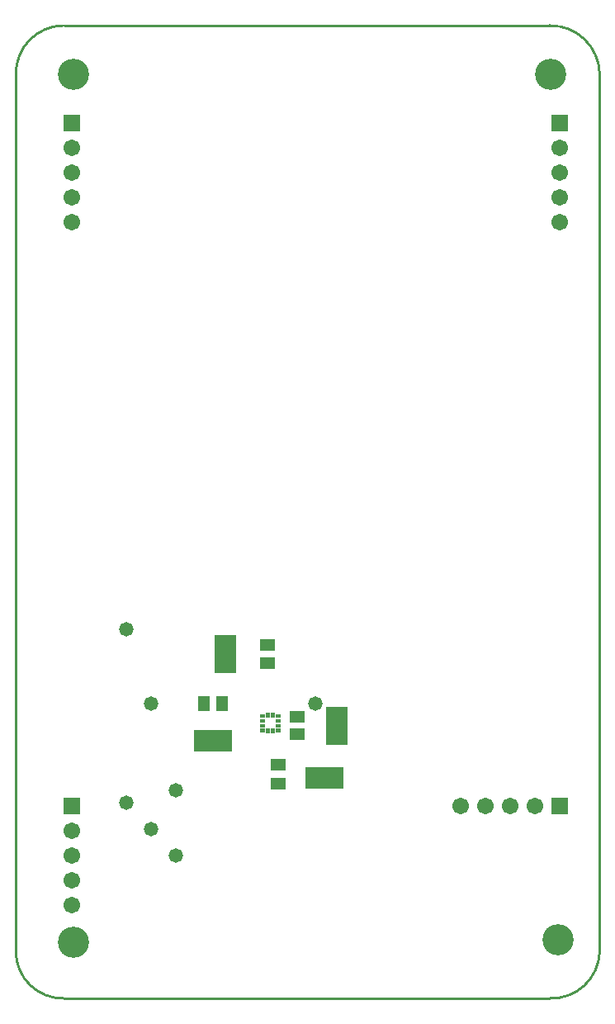
<source format=gts>
G04*
G04 #@! TF.GenerationSoftware,Altium Limited,Altium Designer,22.6.1 (34)*
G04*
G04 Layer_Color=8388736*
%FSLAX25Y25*%
%MOIN*%
G70*
G04*
G04 #@! TF.SameCoordinates,77978B21-DC67-4B61-947D-8792CEF4CC07*
G04*
G04*
G04 #@! TF.FilePolarity,Negative*
G04*
G01*
G75*
%ADD12C,0.01000*%
%ADD20R,0.08792X0.15761*%
%ADD21R,0.15761X0.08792*%
%ADD22R,0.06233X0.05131*%
%ADD23R,0.04776X0.06233*%
%ADD24R,0.06233X0.04776*%
%ADD25R,0.06706X0.06706*%
%ADD26C,0.06706*%
%ADD27R,0.06706X0.06706*%
%ADD28C,0.12611*%
%ADD29C,0.05800*%
G36*
X101004Y110315D02*
X98996D01*
Y111811D01*
X101004D01*
Y110315D01*
D02*
G37*
G36*
Y108346D02*
X98996D01*
Y109843D01*
X101004D01*
Y108346D01*
D02*
G37*
G36*
X102972Y107835D02*
X101476D01*
Y109843D01*
X102972D01*
Y107835D01*
D02*
G37*
G36*
X101004Y112284D02*
X98996D01*
Y113779D01*
X101004D01*
Y112284D01*
D02*
G37*
G36*
Y114252D02*
X98996D01*
Y115748D01*
X101004D01*
Y114252D01*
D02*
G37*
G36*
X102972D02*
X101476D01*
Y116260D01*
X102972D01*
Y114252D01*
D02*
G37*
G36*
X104941Y107835D02*
X103445D01*
Y109843D01*
X104941D01*
Y107835D01*
D02*
G37*
G36*
X107421Y108346D02*
X105413D01*
Y109843D01*
X107421D01*
Y108346D01*
D02*
G37*
G36*
Y110315D02*
X105413D01*
Y111811D01*
X107421D01*
Y110315D01*
D02*
G37*
G36*
Y114252D02*
X105413D01*
Y115748D01*
X107421D01*
Y114252D01*
D02*
G37*
G36*
X104941D02*
X103445D01*
Y116260D01*
X104941D01*
Y114252D01*
D02*
G37*
G36*
X107421Y112284D02*
X105413D01*
Y113779D01*
X107421D01*
Y112284D01*
D02*
G37*
D12*
X19685Y393701D02*
G03*
X500Y374016I250J-19435D01*
G01*
X236221D02*
G03*
X216035Y393701I-19935J-250D01*
G01*
Y1000D02*
G03*
X236221Y19685I750J19435D01*
G01*
X500D02*
G03*
X19685Y1000I18935J250D01*
G01*
X236221Y19685D02*
Y374016D01*
X19685Y1000D02*
X19685D01*
X216035D01*
X20000Y393701D02*
X216035D01*
X500Y19685D02*
Y374016D01*
D20*
X85000Y140000D02*
D03*
X130000Y111063D02*
D03*
D21*
X125000Y90000D02*
D03*
X80000Y105000D02*
D03*
D22*
X114193Y107579D02*
D03*
Y114547D02*
D03*
D23*
X76260Y120000D02*
D03*
X83740D02*
D03*
D24*
X106417Y87776D02*
D03*
Y95256D02*
D03*
X102224Y143740D02*
D03*
Y136260D02*
D03*
D25*
X219972Y354331D02*
D03*
X23122D02*
D03*
Y78740D02*
D03*
D26*
X219972Y344331D02*
D03*
Y334331D02*
D03*
Y324331D02*
D03*
Y314331D02*
D03*
X23122Y344331D02*
D03*
Y334331D02*
D03*
Y324331D02*
D03*
Y314331D02*
D03*
X209961Y78728D02*
D03*
X199961D02*
D03*
X189961D02*
D03*
X179961D02*
D03*
X23122Y38740D02*
D03*
Y48740D02*
D03*
Y58740D02*
D03*
Y68740D02*
D03*
D27*
X219961Y78728D02*
D03*
D28*
X216535Y374016D02*
D03*
X219535Y24622D02*
D03*
X23622Y374016D02*
D03*
Y23622D02*
D03*
D29*
X65000Y58740D02*
D03*
X45000Y80000D02*
D03*
Y150000D02*
D03*
X55000Y69287D02*
D03*
Y120000D02*
D03*
X121516D02*
D03*
X65000Y85000D02*
D03*
M02*

</source>
